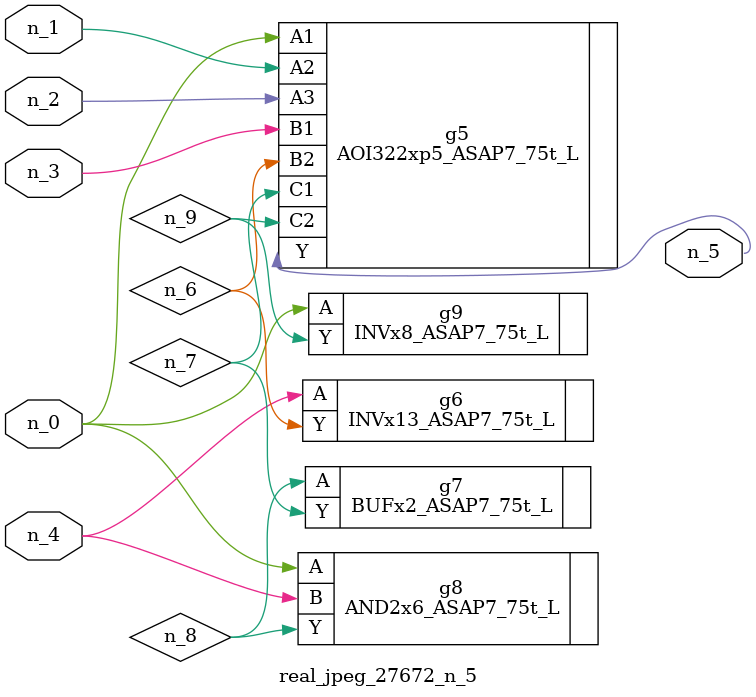
<source format=v>
module real_jpeg_27672_n_5 (n_4, n_0, n_1, n_2, n_3, n_5);

input n_4;
input n_0;
input n_1;
input n_2;
input n_3;

output n_5;

wire n_8;
wire n_6;
wire n_7;
wire n_9;

AOI322xp5_ASAP7_75t_L g5 ( 
.A1(n_0),
.A2(n_1),
.A3(n_2),
.B1(n_3),
.B2(n_6),
.C1(n_7),
.C2(n_9),
.Y(n_5)
);

AND2x6_ASAP7_75t_L g8 ( 
.A(n_0),
.B(n_4),
.Y(n_8)
);

INVx8_ASAP7_75t_L g9 ( 
.A(n_0),
.Y(n_9)
);

INVx13_ASAP7_75t_L g6 ( 
.A(n_4),
.Y(n_6)
);

BUFx2_ASAP7_75t_L g7 ( 
.A(n_8),
.Y(n_7)
);


endmodule
</source>
